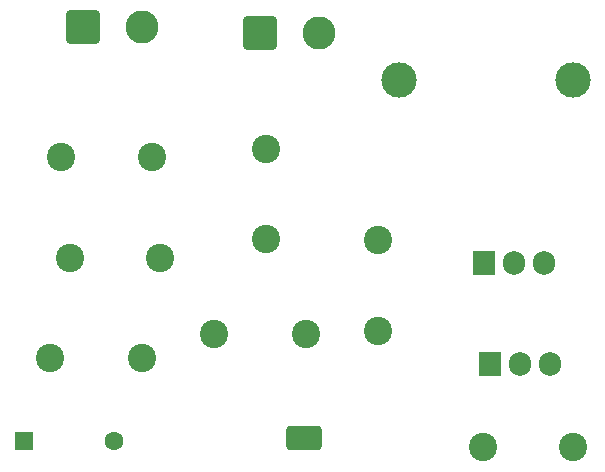
<source format=gbr>
%TF.GenerationSoftware,KiCad,Pcbnew,9.0.6*%
%TF.CreationDate,2025-11-19T21:55:10+05:30*%
%TF.ProjectId,class d  amplifier,636c6173-7320-4642-9020-616d706c6966,rev?*%
%TF.SameCoordinates,Original*%
%TF.FileFunction,Soldermask,Bot*%
%TF.FilePolarity,Negative*%
%FSLAX46Y46*%
G04 Gerber Fmt 4.6, Leading zero omitted, Abs format (unit mm)*
G04 Created by KiCad (PCBNEW 9.0.6) date 2025-11-19 21:55:10*
%MOMM*%
%LPD*%
G01*
G04 APERTURE LIST*
G04 Aperture macros list*
%AMRoundRect*
0 Rectangle with rounded corners*
0 $1 Rounding radius*
0 $2 $3 $4 $5 $6 $7 $8 $9 X,Y pos of 4 corners*
0 Add a 4 corners polygon primitive as box body*
4,1,4,$2,$3,$4,$5,$6,$7,$8,$9,$2,$3,0*
0 Add four circle primitives for the rounded corners*
1,1,$1+$1,$2,$3*
1,1,$1+$1,$4,$5*
1,1,$1+$1,$6,$7*
1,1,$1+$1,$8,$9*
0 Add four rect primitives between the rounded corners*
20,1,$1+$1,$2,$3,$4,$5,0*
20,1,$1+$1,$4,$5,$6,$7,0*
20,1,$1+$1,$6,$7,$8,$9,0*
20,1,$1+$1,$8,$9,$2,$3,0*%
G04 Aperture macros list end*
%ADD10C,2.400000*%
%ADD11RoundRect,0.250000X-0.550000X-0.550000X0.550000X-0.550000X0.550000X0.550000X-0.550000X0.550000X0*%
%ADD12C,1.600000*%
%ADD13C,3.000000*%
%ADD14RoundRect,0.250000X1.250000X-0.750000X1.250000X0.750000X-1.250000X0.750000X-1.250000X-0.750000X0*%
%ADD15R,1.905000X2.000000*%
%ADD16O,1.905000X2.000000*%
%ADD17RoundRect,0.250001X-1.149999X-1.149999X1.149999X-1.149999X1.149999X1.149999X-1.149999X1.149999X0*%
%ADD18C,2.800000*%
G04 APERTURE END LIST*
D10*
%TO.C,R1*%
X103500000Y-74910000D03*
X103500000Y-67290000D03*
%TD*%
D11*
%TO.C,D1*%
X83000000Y-92000000D03*
D12*
X90620000Y-92000000D03*
%TD*%
D13*
%TO.C,L1*%
X114800000Y-61500000D03*
X129500000Y-61500000D03*
%TD*%
D10*
%TO.C,C2*%
X85250000Y-85000000D03*
X93000000Y-85000000D03*
%TD*%
%TO.C,C3*%
X99125000Y-83000000D03*
X106875000Y-83000000D03*
%TD*%
D14*
%TO.C,J1*%
X106717500Y-91800000D03*
%TD*%
D10*
%TO.C,C1*%
X86125000Y-68000000D03*
X93875000Y-68000000D03*
%TD*%
D15*
%TO.C,Q1*%
X122000000Y-77000000D03*
D16*
X124540000Y-77000000D03*
X127080000Y-77000000D03*
%TD*%
D10*
%TO.C,R2*%
X86880000Y-76500000D03*
X94500000Y-76500000D03*
%TD*%
D17*
%TO.C,J3*%
X103000000Y-57500000D03*
D18*
X108000000Y-57500000D03*
%TD*%
D10*
%TO.C,R3*%
X121880000Y-92500000D03*
X129500000Y-92500000D03*
%TD*%
D15*
%TO.C,Q2*%
X122500000Y-85500000D03*
D16*
X125040000Y-85500000D03*
X127580000Y-85500000D03*
%TD*%
D17*
%TO.C,J2*%
X88000000Y-57000000D03*
D18*
X93000000Y-57000000D03*
%TD*%
D10*
%TO.C,C4*%
X113000000Y-82750000D03*
X113000000Y-75000000D03*
%TD*%
M02*

</source>
